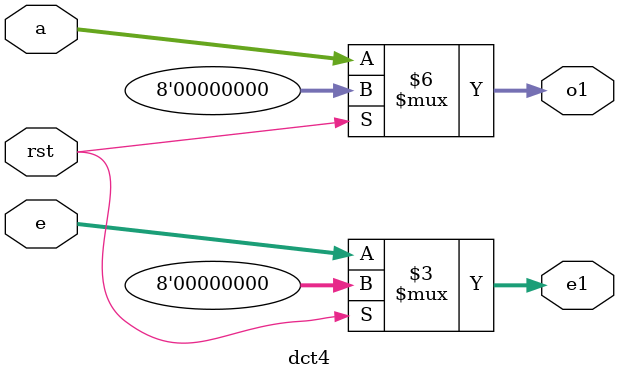
<source format=v>
`timescale 1ns / 1ps
module dct4(
input [7:0] a,e, 
input rst,
output reg [7:0] o1, output reg [7:0] e1 
);
always@(a,e,rst)
begin
  if(rst)
  begin 
   o1<=0;
	e1<=0;
	end
else 
  begin
   o1<=a;
   e1<=e;
end
end
endmodule

</source>
